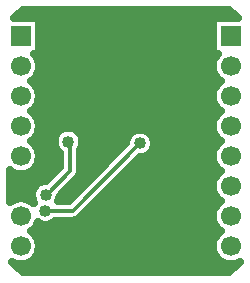
<source format=gbl>
G04 DipTrace 3.1.0.1*
G04 FR2311_Breakout.gbl*
%MOIN*%
G04 #@! TF.FileFunction,Copper,L2,Bot*
G04 #@! TF.Part,Single*
G04 #@! TA.AperFunction,Conductor*
%ADD14C,0.012992*%
G04 #@! TA.AperFunction,CopperBalancing*
%ADD15C,0.025*%
G04 #@! TA.AperFunction,ComponentPad*
%ADD17R,0.066929X0.066929*%
%ADD18C,0.066929*%
G04 #@! TA.AperFunction,ViaPad*
%ADD21C,0.04*%
%FSLAX26Y26*%
G04*
G70*
G90*
G75*
G01*
G04 Bottom*
%LPD*%
X576804Y715566D2*
D14*
X579203D1*
X657169Y793531D1*
Y887091D1*
X651772Y892488D1*
X575605Y662189D2*
X666765D1*
X891067Y886491D1*
D21*
X573806Y606413D3*
X781315Y1212148D3*
X575605Y662189D3*
X891067Y886491D3*
X576804Y715566D3*
X651772Y892488D3*
X476816Y1306631D2*
D15*
X1211175D1*
X556479Y1281762D2*
X1131547D1*
X556479Y1256894D2*
X1131547D1*
X556479Y1232025D2*
X1131547D1*
X556479Y1207156D2*
X1131547D1*
X542664Y1182287D2*
X1145362D1*
X554937Y1157419D2*
X1133054D1*
X555367Y1132550D2*
X1132623D1*
X544207Y1107681D2*
X1143783D1*
X542197Y1082812D2*
X1145793D1*
X554828Y1057944D2*
X1133161D1*
X555475Y1033075D2*
X1132552D1*
X544602Y1008206D2*
X1143388D1*
X541766Y983337D2*
X1146224D1*
X554685Y958469D2*
X1133306D1*
X555546Y933600D2*
X627554D1*
X676009D2*
X1132445D1*
X544996Y908731D2*
X605701D1*
X697827D2*
X847739D1*
X934412D2*
X1142995D1*
X541301Y883862D2*
X603583D1*
X699980D2*
X839270D1*
X940009D2*
X1146690D1*
X554577Y858993D2*
X617004D1*
X692660D2*
X814403D1*
X931075D2*
X1133449D1*
X555654Y834125D2*
X621669D1*
X692660D2*
X789535D1*
X887870D2*
X1132337D1*
X545391Y809256D2*
X621669D1*
X692660D2*
X764668D1*
X863003D2*
X1142635D1*
X459018Y784387D2*
X485022D1*
X502980D2*
X598846D1*
X691367D2*
X739799D1*
X838134D2*
X1147193D1*
X459018Y759518D2*
X559123D1*
X672314D2*
X714932D1*
X813266D2*
X1133593D1*
X459018Y734650D2*
X531887D1*
X647446D2*
X690064D1*
X788399D2*
X1132265D1*
X459018Y709781D2*
X528155D1*
X625449D2*
X665197D1*
X763531D2*
X1142240D1*
X738664Y684912D2*
X1147659D1*
X713795Y660043D2*
X1133736D1*
X688210Y635175D2*
X1132193D1*
X546109Y610306D2*
X1141882D1*
X539829Y585437D2*
X1148161D1*
X554147Y560568D2*
X1133879D1*
X555869Y535699D2*
X1132122D1*
X546467Y510831D2*
X1141559D1*
X511588Y485962D2*
X1176438D1*
X497091Y461093D2*
X1190900D1*
X471678Y1303965D2*
X553965D1*
Y1184035D1*
X538642D1*
X542512Y1179247D1*
X547429Y1171223D1*
X551030Y1162530D1*
X553226Y1153381D1*
X553965Y1144000D1*
X553226Y1134619D1*
X551030Y1125470D1*
X547429Y1116777D1*
X542512Y1108753D1*
X536402Y1101598D1*
X529247Y1095488D1*
X527059Y1094026D1*
X532944Y1089597D1*
X539597Y1082944D1*
X545129Y1075332D1*
X549400Y1066948D1*
X552307Y1057999D1*
X553780Y1048705D1*
Y1039295D1*
X552307Y1030001D1*
X549400Y1021052D1*
X545129Y1012668D1*
X539597Y1005056D1*
X532944Y998403D1*
X527059Y994026D1*
X532944Y989597D1*
X539597Y982944D1*
X545129Y975332D1*
X549400Y966948D1*
X552307Y957999D1*
X553780Y948705D1*
Y939295D1*
X552307Y930001D1*
X549400Y921052D1*
X545129Y912668D1*
X539597Y905056D1*
X532944Y898403D1*
X527059Y894026D1*
X532944Y889597D1*
X539597Y882944D1*
X545129Y875332D1*
X549400Y866948D1*
X552307Y857999D1*
X553780Y848705D1*
Y839295D1*
X552307Y830001D1*
X549400Y821052D1*
X545129Y812668D1*
X539597Y805056D1*
X532944Y798403D1*
X525332Y792871D1*
X516948Y788600D1*
X507999Y785693D1*
X498705Y784220D1*
X489295D1*
X480001Y785693D1*
X471052Y788600D1*
X462668Y792871D1*
X456486Y797276D1*
X456500Y690823D1*
X462668Y695129D1*
X471052Y699400D1*
X480001Y702307D1*
X489295Y703780D1*
X498705D1*
X507999Y702307D1*
X516948Y699400D1*
X525332Y695129D1*
X532944Y689597D1*
X536091Y686689D1*
X538154Y689734D1*
X535373Y694455D1*
X532580Y701197D1*
X530877Y708291D1*
X530304Y715566D1*
X530877Y722840D1*
X532580Y729934D1*
X535373Y736676D1*
X539185Y742898D1*
X543924Y748446D1*
X549472Y753185D1*
X555694Y756997D1*
X562436Y759790D1*
X569530Y761493D1*
X576804Y762066D1*
X578957Y761982D1*
X624154Y807178D1*
X624173Y855073D1*
X618891Y859608D1*
X614152Y865156D1*
X610340Y871378D1*
X607547Y878119D1*
X605844Y885214D1*
X605272Y892488D1*
X605844Y899762D1*
X607547Y906857D1*
X610340Y913598D1*
X614152Y919820D1*
X618891Y925369D1*
X624440Y930108D1*
X630661Y933920D1*
X637403Y936713D1*
X644497Y938416D1*
X651772Y938988D1*
X659046Y938416D1*
X666140Y936713D1*
X672882Y933920D1*
X679104Y930108D1*
X684652Y925369D1*
X689391Y919820D1*
X693203Y913598D1*
X695996Y906857D1*
X697699Y899762D1*
X698272Y892488D1*
X697699Y885214D1*
X695996Y878119D1*
X693203Y871378D1*
X690160Y866307D1*
X690064Y790942D1*
X689253Y785828D1*
X687654Y780904D1*
X685303Y776291D1*
X682260Y772102D1*
X635031Y724730D1*
X623232Y712930D1*
X622020Y704710D1*
X619765Y697770D1*
X618576Y695193D1*
X653079Y695185D1*
X844572Y886660D1*
X845139Y893765D1*
X846843Y900860D1*
X849635Y907601D1*
X853448Y913823D1*
X858186Y919371D1*
X863735Y924110D1*
X869957Y927923D1*
X876698Y930715D1*
X883793Y932419D1*
X891067Y932991D1*
X898341Y932419D1*
X905436Y930715D1*
X912177Y927923D1*
X918399Y924110D1*
X923948Y919371D1*
X928686Y913823D1*
X932499Y907601D1*
X935291Y900860D1*
X936995Y893765D1*
X937567Y886491D1*
X936995Y879217D1*
X935291Y872122D1*
X932499Y865381D1*
X928686Y859159D1*
X923948Y853610D1*
X918399Y848871D1*
X912177Y845059D1*
X905436Y842266D1*
X898341Y840563D1*
X891223Y839997D1*
X688194Y637098D1*
X684005Y634055D1*
X679392Y631705D1*
X674469Y630105D1*
X669354Y629294D1*
X608382Y629193D1*
X602937Y624570D1*
X596715Y620757D1*
X589974Y617965D1*
X582879Y616261D1*
X575605Y615689D1*
X568331Y616261D1*
X561236Y617965D1*
X554495Y620757D1*
X550253Y623247D1*
X547429Y616777D1*
X542512Y608753D1*
X536402Y601598D1*
X529247Y595488D1*
X527059Y594026D1*
X532944Y589597D1*
X539597Y582944D1*
X545129Y575332D1*
X549400Y566948D1*
X552307Y557999D1*
X553780Y548705D1*
Y539295D1*
X552307Y530001D1*
X549400Y521052D1*
X545129Y512668D1*
X539597Y505056D1*
X532944Y498403D1*
X525332Y492871D1*
X516948Y488600D1*
X507999Y485693D1*
X498705Y484220D1*
X489295D1*
X480001Y485693D1*
X471052Y488600D1*
X462974Y492701D1*
X499176Y456501D1*
X1188825Y456500D1*
X1224972Y492651D1*
X1216948Y488600D1*
X1207999Y485693D1*
X1198705Y484220D1*
X1189295D1*
X1180001Y485693D1*
X1171052Y488600D1*
X1162668Y492871D1*
X1155056Y498403D1*
X1148403Y505056D1*
X1142871Y512668D1*
X1138600Y521052D1*
X1135693Y530001D1*
X1134220Y539295D1*
Y548705D1*
X1135693Y557999D1*
X1138600Y566948D1*
X1142871Y575332D1*
X1148403Y582944D1*
X1155056Y589597D1*
X1160941Y593974D1*
X1155056Y598403D1*
X1148403Y605056D1*
X1142871Y612668D1*
X1138600Y621052D1*
X1135693Y630001D1*
X1134220Y639295D1*
Y648705D1*
X1135693Y657999D1*
X1138600Y666948D1*
X1142871Y675332D1*
X1148403Y682944D1*
X1155056Y689597D1*
X1160941Y693974D1*
X1155056Y698403D1*
X1148403Y705056D1*
X1142871Y712668D1*
X1138600Y721052D1*
X1135693Y730001D1*
X1134220Y739295D1*
Y748705D1*
X1135693Y757999D1*
X1138600Y766948D1*
X1142871Y775332D1*
X1148403Y782944D1*
X1155056Y789597D1*
X1160941Y793974D1*
X1155056Y798403D1*
X1148403Y805056D1*
X1142871Y812668D1*
X1138600Y821052D1*
X1135693Y830001D1*
X1134220Y839295D1*
Y848705D1*
X1135693Y857999D1*
X1138600Y866948D1*
X1142871Y875332D1*
X1148403Y882944D1*
X1155056Y889597D1*
X1160941Y893974D1*
X1155056Y898403D1*
X1148403Y905056D1*
X1142871Y912668D1*
X1138600Y921052D1*
X1135693Y930001D1*
X1134220Y939295D1*
Y948705D1*
X1135693Y957999D1*
X1138600Y966948D1*
X1142871Y975332D1*
X1148403Y982944D1*
X1155056Y989597D1*
X1160941Y993974D1*
X1155056Y998403D1*
X1148403Y1005056D1*
X1142871Y1012668D1*
X1138600Y1021052D1*
X1135693Y1030001D1*
X1134220Y1039295D1*
Y1048705D1*
X1135693Y1057999D1*
X1138600Y1066948D1*
X1142871Y1075332D1*
X1148403Y1082944D1*
X1155056Y1089597D1*
X1160941Y1093974D1*
X1155056Y1098403D1*
X1148403Y1105056D1*
X1142871Y1112668D1*
X1138600Y1121052D1*
X1135693Y1130001D1*
X1134220Y1139295D1*
Y1148705D1*
X1135693Y1157999D1*
X1138600Y1166948D1*
X1142871Y1175332D1*
X1148403Y1182944D1*
X1149413Y1184038D1*
X1134035Y1184035D1*
Y1303965D1*
X1216390D1*
X1188824Y1331499D1*
X499175Y1331500D1*
X471655Y1303976D1*
D17*
X494000Y1244000D3*
D18*
Y1144000D3*
Y1044000D3*
Y944000D3*
Y844000D3*
Y744000D3*
Y644000D3*
Y544000D3*
D17*
X1194000Y1244000D3*
D18*
Y1144000D3*
Y1044000D3*
Y944000D3*
Y844000D3*
Y744000D3*
Y644000D3*
Y544000D3*
M02*

</source>
